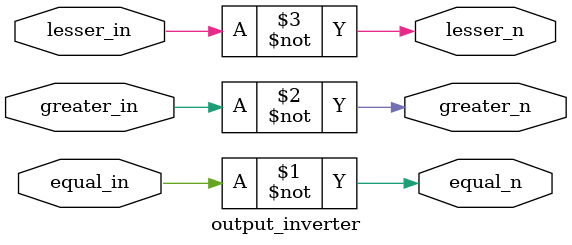
<source format=sv>
module async_comparator_active_low(
    input [7:0] operand_1,
    input [7:0] operand_2,
    output equal_n,      // Active low equal indicator
    output greater_n,    // Active low greater than indicator  
    output lesser_n      // Active low less than indicator
);
    // Internal signals for comparison results (active high)
    wire equal;
    wire greater;
    wire lesser;
    
    // Instantiate comparison logic module
    comparison_logic comp_logic (
        .operand_1(operand_1),
        .operand_2(operand_2),
        .equal(equal),
        .greater(greater),
        .lesser(lesser)
    );
    
    // Instantiate output polarity converter
    output_inverter out_inv (
        .equal_in(equal),
        .greater_in(greater),
        .lesser_in(lesser),
        .equal_n(equal_n),
        .greater_n(greater_n),
        .lesser_n(lesser_n)
    );
endmodule

module comparison_logic (
    input [7:0] operand_1,
    input [7:0] operand_2,
    output equal,        // Active high equal indicator
    output greater,      // Active high greater than indicator
    output lesser        // Active high less than indicator
);
    // Parameterizable comparison module (active high outputs)
    assign equal   = (operand_1 == operand_2);
    assign greater = (operand_1 > operand_2);
    assign lesser  = (operand_1 < operand_2);
endmodule

module output_inverter (
    input equal_in,
    input greater_in,
    input lesser_in,
    output equal_n,      // Active low equal indicator
    output greater_n,    // Active low greater than indicator
    output lesser_n      // Active low less than indicator
);
    // Convert active high to active low signals
    assign equal_n   = ~equal_in;
    assign greater_n = ~greater_in;
    assign lesser_n  = ~lesser_in;
endmodule
</source>
